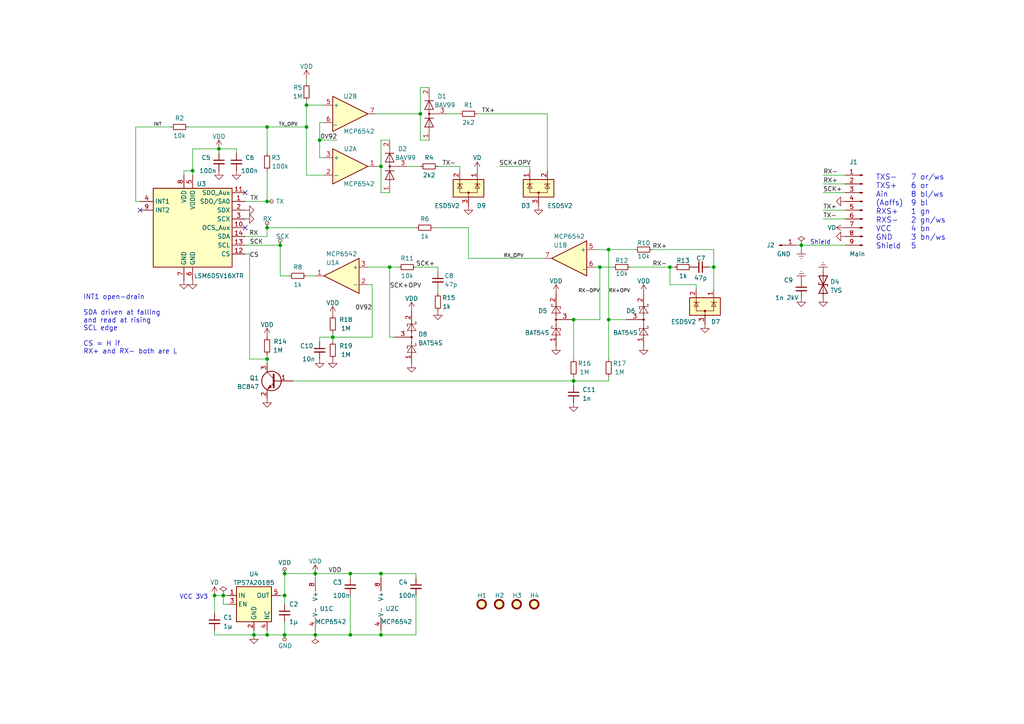
<source format=kicad_sch>
(kicad_sch (version 20211123) (generator eeschema)
  (paper "A4")
  (title_block (title "SOS Vibr") (date "2023-08-21") (rev "01.01") (comment 1 "CC BY 4.0"))
  (lib_symbols
    (symbol "Comparator:MCP6562" (pin_names (offset 0.127))
      (property "Reference" "U" (at 3.81 3.81 0))
      (property "Value" "MCP6562" (at 6.35 -3.81 0))
      (symbol "MCP6562_1_1"
        (polyline (pts (xy -5.08 5.08) (xy 5.08 0) (xy -5.08 -5.08) (xy -5.08 5.08)) (stroke (width 0.254)) (fill (type background)))
        (pin output line (at 7.62 0 180) (length 2.54) (name "~") (number "1"))
        (pin input line (at -7.62 -2.54 0) (length 2.54) (name "-") (number "2"))
        (pin input line (at -7.62 2.54 0) (length 2.54) (name "+") (number "3"))
      )
      (symbol "MCP6562_2_1"
        (polyline (pts (xy -5.08 5.08) (xy 5.08 0) (xy -5.08 -5.08) (xy -5.08 5.08)) (stroke (width 0.254)) (fill (type background)))
        (pin input line (at -7.62 2.54 0) (length 2.54) (name "+") (number "5"))
        (pin input line (at -7.62 -2.54 0) (length 2.54) (name "_") (number "6"))
        (pin open_collector line (at 7.62 0 180) (length 2.54) (name "~") (number "7"))
      )
      (symbol "MCP6562_3_1"
        (pin power_in line (at -2.54 -7.62 90) (length 3.81) (name "V-") (number "4"))
        (pin power_in line (at -2.54 7.62 270) (length 3.81) (name "V+") (number "8"))
      )
    )
    (symbol "Connector:Conn_01x01_Male" (pin_names (offset 1.016) hide)
      (property "Reference" "J" (at 0 2.54 0))
      (property "Value" "Conn_01x01_Male" (at 0 -2.54 0))
      (symbol "Conn_01x01_Male_1_1"
        (polyline (pts (xy 1.27 0) (xy 0.8636 0)) (stroke (width 0.1524)))
        (rectangle (start 0.8636 0.127) (end 0 -0.127) (stroke (width 0.1524)) (fill (type outline)))
        (pin passive line (at 5.08 0 180) (length 3.81) (name "Pin_1") (number "1"))
      )
    )
    (symbol "Connector:Conn_01x09_Male" (pin_names (offset 1.016) hide)
      (property "Reference" "J" (at 0 12.7 0))
      (property "Value" "Conn_01x09_Male" (at 0 -12.7 0))
      (symbol "Conn_01x09_Male_1_1"
        (polyline (pts (xy 1.27 -10.16) (xy 0.8636 -10.16)) (stroke (width 0.1524)))
        (polyline (pts (xy 1.27 -7.62) (xy 0.8636 -7.62)) (stroke (width 0.1524)))
        (polyline (pts (xy 1.27 -5.08) (xy 0.8636 -5.08)) (stroke (width 0.1524)))
        (polyline (pts (xy 1.27 -2.54) (xy 0.8636 -2.54)) (stroke (width 0.1524)))
        (polyline (pts (xy 1.27 0) (xy 0.8636 0)) (stroke (width 0.1524)))
        (polyline (pts (xy 1.27 2.54) (xy 0.8636 2.54)) (stroke (width 0.1524)))
        (polyline (pts (xy 1.27 5.08) (xy 0.8636 5.08)) (stroke (width 0.1524)))
        (polyline (pts (xy 1.27 7.62) (xy 0.8636 7.62)) (stroke (width 0.1524)))
        (polyline (pts (xy 1.27 10.16) (xy 0.8636 10.16)) (stroke (width 0.1524)))
        (rectangle (start 0.8636 -10.033) (end 0 -10.287) (stroke (width 0.1524)) (fill (type outline)))
        (rectangle (start 0.8636 -7.493) (end 0 -7.747) (stroke (width 0.1524)) (fill (type outline)))
        (rectangle (start 0.8636 -4.953) (end 0 -5.207) (stroke (width 0.1524)) (fill (type outline)))
        (rectangle (start 0.8636 -2.413) (end 0 -2.667) (stroke (width 0.1524)) (fill (type outline)))
        (rectangle (start 0.8636 0.127) (end 0 -0.127) (stroke (width 0.1524)) (fill (type outline)))
        (rectangle (start 0.8636 2.667) (end 0 2.413) (stroke (width 0.1524)) (fill (type outline)))
        (rectangle (start 0.8636 5.207) (end 0 4.953) (stroke (width 0.1524)) (fill (type outline)))
        (rectangle (start 0.8636 7.747) (end 0 7.493) (stroke (width 0.1524)) (fill (type outline)))
        (rectangle (start 0.8636 10.287) (end 0 10.033) (stroke (width 0.1524)) (fill (type outline)))
        (pin passive line (at 5.08 10.16 180) (length 3.81) (name "Pin_1") (number "1"))
        (pin passive line (at 5.08 7.62 180) (length 3.81) (name "Pin_2") (number "2"))
        (pin passive line (at 5.08 5.08 180) (length 3.81) (name "Pin_3") (number "3"))
        (pin passive line (at 5.08 2.54 180) (length 3.81) (name "Pin_4") (number "4"))
        (pin passive line (at 5.08 0 180) (length 3.81) (name "Pin_5") (number "5"))
        (pin passive line (at 5.08 -2.54 180) (length 3.81) (name "Pin_6") (number "6"))
        (pin passive line (at 5.08 -5.08 180) (length 3.81) (name "Pin_7") (number "7"))
        (pin passive line (at 5.08 -7.62 180) (length 3.81) (name "Pin_8") (number "8"))
        (pin passive line (at 5.08 -10.16 180) (length 3.81) (name "Pin_9") (number "9"))
      )
    )
    (symbol "Connector:TestPoint_Small" (pin_numbers hide) (pin_names (offset 0.762) hide)
      (property "Reference" "TP" (at 0 3.81 0))
      (property "Value" "TestPoint_Small" (at 0 2.032 0))
      (symbol "TestPoint_Small_0_1"
        (circle (center 0 0) (radius 0.508))
      )
      (symbol "TestPoint_Small_1_1"
        (pin passive line (at 0 0 90) (length 0) (name "1") (number "1"))
      )
    )
    (symbol "Device:C_Small" (pin_numbers hide) (pin_names (offset 0.254) hide)
      (property "Reference" "C" (at 0.254 1.778 0))
      (property "Value" "C_Small" (at 0.254 -2.032 0))
      (symbol "C_Small_0_1"
        (polyline (pts (xy -1.524 -0.508) (xy 1.524 -0.508)) (stroke (width 0.3302)))
        (polyline (pts (xy -1.524 0.508) (xy 1.524 0.508)) (stroke (width 0.3048)))
      )
      (symbol "C_Small_1_1"
        (pin passive line (at 0 2.54 270) (length 2.032) (name "~") (number "1"))
        (pin passive line (at 0 -2.54 90) (length 2.032) (name "~") (number "2"))
      )
    )
    (symbol "Device:D_TVS" (pin_numbers hide) (pin_names (offset 1.016) hide)
      (property "Reference" "D" (at 0 2.54 0))
      (property "Value" "D_TVS" (at 0 -2.54 0))
      (symbol "D_TVS_0_1"
        (polyline (pts (xy 1.27 0) (xy -1.27 0)))
        (polyline (pts (xy 0.508 1.27) (xy 0 1.27) (xy 0 -1.27) (xy -0.508 -1.27)) (stroke (width 0.254)))
        (polyline (pts (xy -2.54 1.27) (xy -2.54 -1.27) (xy 2.54 1.27) (xy 2.54 -1.27) (xy -2.54 1.27)) (stroke (width 0.254)))
      )
      (symbol "D_TVS_1_1"
        (pin passive line (at -3.81 0 0) (length 2.54) (name "A1") (number "1"))
        (pin passive line (at 3.81 0 180) (length 2.54) (name "A2") (number "2"))
      )
    )
    (symbol "Device:R_Small" (pin_numbers hide) (pin_names (offset 0.254) hide)
      (property "Reference" "R" (at 0.762 0.508 0))
      (property "Value" "R_Small" (at 0.762 -1.016 0))
      (symbol "R_Small_0_1"
        (rectangle (start -0.762 1.778) (end 0.762 -1.778) (stroke (width 0.2032)))
      )
      (symbol "R_Small_1_1"
        (pin passive line (at 0 2.54 270) (length 0.762) (name "~") (number "1"))
        (pin passive line (at 0 -2.54 90) (length 0.762) (name "~") (number "2"))
      )
    )
    (symbol "Diode:BAT54S" (pin_names (offset 1.016))
      (property "Reference" "D" (at 0.635 -3.81 0))
      (property "Value" "BAT54S" (at -6.35 3.175 0))
      (symbol "BAT54S_0_1"
        (polyline (pts (xy -3.81 0) (xy -1.27 0)))
        (polyline (pts (xy -3.175 -1.27) (xy -3.175 -1.016)))
        (polyline (pts (xy -2.54 -1.27) (xy -3.175 -1.27)))
        (polyline (pts (xy -2.54 -1.27) (xy -2.54 1.27)))
        (polyline (pts (xy -2.54 1.27) (xy -1.905 1.27)))
        (polyline (pts (xy -1.905 0) (xy 1.905 0)))
        (polyline (pts (xy -1.905 1.27) (xy -1.905 1.016)))
        (polyline (pts (xy 1.27 0) (xy 3.81 0)))
        (polyline (pts (xy 3.175 -1.27) (xy 3.175 -1.016)))
        (polyline (pts (xy 3.81 -1.27) (xy 3.175 -1.27)))
        (polyline (pts (xy 3.81 -1.27) (xy 3.81 1.27)))
        (polyline (pts (xy 3.81 1.27) (xy 4.445 1.27)))
        (polyline (pts (xy 4.445 1.27) (xy 4.445 1.016)))
        (polyline (pts (xy -4.445 1.27) (xy -4.445 -1.27) (xy -2.54 0) (xy -4.445 1.27)))
        (polyline (pts (xy 1.905 1.27) (xy 1.905 -1.27) (xy 3.81 0) (xy 1.905 1.27)))
        (circle (center 0 0) (radius 0.254) (fill (type outline)))
      )
      (symbol "BAT54S_1_1"
        (pin passive line (at -7.62 0 0) (length 3.81) (name "~") (number "1"))
        (pin passive line (at 7.62 0 180) (length 3.81) (name "~") (number "2"))
        (pin passive line (at 0 -5.08 90) (length 5.08) (name "~") (number "3"))
      )
    )
    (symbol "Diode:BAV99" (pin_names hide)
      (property "Reference" "D" (at 0 5.08 0))
      (property "Value" "BAV99" (at 0 2.54 0))
      (symbol "BAV99_0_1"
        (polyline (pts (xy -5.08 0) (xy 5.08 0)))
      )
      (symbol "BAV99_1_1"
        (polyline (pts (xy 0 0) (xy 0 -2.54)))
        (polyline (pts (xy -1.27 -1.27) (xy -1.27 1.27) (xy -1.27 1.27)) (stroke (width 0.2032)))
        (polyline (pts (xy 3.81 1.27) (xy 3.81 -1.27) (xy 3.81 -1.27)) (stroke (width 0.2032)))
        (polyline (pts (xy -3.81 1.27) (xy -1.27 0) (xy -3.81 -1.27) (xy -3.81 1.27) (xy -3.81 1.27) (xy -3.81 1.27)) (stroke (width 0.2032)))
        (polyline (pts (xy 1.27 1.27) (xy 3.81 0) (xy 1.27 -1.27) (xy 1.27 1.27) (xy 1.27 1.27) (xy 1.27 1.27)) (stroke (width 0.2032)))
        (circle (center 0 0) (radius 0.254) (fill (type outline)))
        (pin passive line (at -7.62 0 0) (length 2.54) (name "K") (number "1"))
        (pin passive line (at 7.62 0 180) (length 2.54) (name "A") (number "2"))
        (pin passive line (at 0 -5.08 90) (length 2.54) (name "K") (number "3"))
      )
    )
    (symbol "Mechanical:Fiducial"
      (property "Reference" "FID" (at 0 5.08 0))
      (property "Value" "Fiducial" (at 0 3.175 0))
      (symbol "Fiducial_0_1"
        (circle (center 0 0) (radius 1.27) (stroke (width 0.508)) (fill (type background)))
      )
    )
    (symbol "Power_Protection:SP0502BAHT" (pin_names hide)
      (property "Reference" "D" (at 5.715 2.54 0))
      (property "Value" "SP0502BAHT" (at 5.715 0.635 0))
      (symbol "SP0502BAHT_0_0"
        (pin passive line (at 0 -5.08 90) (length 2.54) (name "A") (number "3"))
      )
      (symbol "SP0502BAHT_0_1"
        (rectangle (start -4.445 2.54) (end 4.445 -2.54) (stroke (width 0.254)) (fill (type background)))
        (circle (center 0 -1.27) (radius 0.254) (fill (type outline)))
        (polyline (pts (xy -2.54 2.54) (xy -2.54 1.27)))
        (polyline (pts (xy 0 -1.27) (xy 0 -2.54)))
        (polyline (pts (xy 2.54 2.54) (xy 2.54 1.27)))
        (polyline (pts (xy -3.302 1.016) (xy -3.302 1.27) (xy -1.905 1.27) (xy -1.778 1.27)))
        (polyline (pts (xy -2.54 1.27) (xy -2.54 -1.27) (xy 2.54 -1.27) (xy 2.54 1.27)))
        (polyline (pts (xy -2.54 1.27) (xy -1.905 0) (xy -3.175 0) (xy -2.54 1.27)))
        (polyline (pts (xy 1.778 1.016) (xy 1.778 1.27) (xy 3.175 1.27) (xy 3.302 1.27)))
        (polyline (pts (xy 2.54 1.27) (xy 1.905 0) (xy 3.175 0) (xy 2.54 1.27)))
      )
      (symbol "SP0502BAHT_1_1"
        (pin passive line (at -2.54 5.08 270) (length 2.54) (name "K") (number "1"))
        (pin passive line (at 2.54 5.08 270) (length 2.54) (name "K") (number "2"))
      )
    )
    (symbol "Regulator_Linear:TPS7A0522PDBV"
      (property "Reference" "U4" (at 0 8.7798 0))
      (property "Value" "TPS7A20185" (at 0 6.2429 0))
      (symbol "TPS7A0522PDBV_0_1"
        (rectangle (start -5.08 -5.08) (end 5.08 5.08) (stroke (width 0.254)) (fill (type background)))
        (pin power_in line (at -7.62 2.54 0) (length 2.54) (name "IN") (number "1"))
        (pin power_in line (at 0 -7.62 90) (length 2.54) (name "GND") (number "2"))
        (pin input line (at -7.62 0 0) (length 2.54) (name "EN") (number "3"))
        (pin free line (at 3.81 -7.62 90) (length 2.54) (name "NC") (number "4"))
        (pin power_out line (at 7.62 2.54 180) (length 2.54) (name "OUT") (number "5"))
      )
    )
    (symbol "Sensor_Motion:LSM6DSM"
      (property "Reference" "U" (at -11.43 15.24 0))
      (property "Value" "LSM6DSM" (at -11.43 12.7 0))
      (symbol "LSM6DSM_0_1"
        (rectangle (start 11.43 11.43) (end -11.43 -11.43) (stroke (width 0.254)) (fill (type background)))
      )
      (symbol "LSM6DSM_1_1"
        (pin bidirectional line (at -15.24 7.62 0) (length 3.81) (name "SDO/SA0") (number "1"))
        (pin passive line (at -15.24 0 0) (length 3.81) (name "OCS_Aux") (number "10"))
        (pin bidirectional line (at -15.24 10.16 0) (length 3.81) (name "SDO_Aux") (number "11"))
        (pin input line (at -15.24 -7.62 0) (length 3.81) (name "CS") (number "12"))
        (pin input line (at -15.24 -5.08 0) (length 3.81) (name "SCL") (number "13"))
        (pin bidirectional line (at -15.24 -2.54 0) (length 3.81) (name "SDA") (number "14"))
        (pin bidirectional line (at -15.24 5.08 0) (length 3.81) (name "SDX") (number "2"))
        (pin input line (at -15.24 2.54 0) (length 3.81) (name "SCX") (number "3"))
        (pin output line (at 15.24 7.62 180) (length 3.81) (name "INT1") (number "4"))
        (pin power_in line (at 0 15.24 270) (length 3.81) (name "VDDIO") (number "5"))
        (pin power_in line (at 0 -15.24 90) (length 3.81) (name "GND") (number "6"))
        (pin power_in line (at 2.54 -15.24 90) (length 3.81) (name "GND") (number "7"))
        (pin power_in line (at 2.54 15.24 270) (length 3.81) (name "VDD") (number "8"))
        (pin output line (at 15.24 5.08 180) (length 3.81) (name "INT2") (number "9"))
      )
    )
    (symbol "Transistor_BJT:BC847" (pin_names (offset 0) hide)
      (property "Reference" "Q" (at 5.08 1.905 0))
      (property "Value" "BC847" (at 5.08 0 0))
      (symbol "BC847_0_1"
        (polyline (pts (xy 0.635 0.635) (xy 2.54 2.54)))
        (polyline (pts (xy 0.635 -0.635) (xy 2.54 -2.54) (xy 2.54 -2.54)))
        (polyline (pts (xy 0.635 1.905) (xy 0.635 -1.905) (xy 0.635 -1.905)) (stroke (width 0.508)))
        (polyline (pts (xy 1.27 -1.778) (xy 1.778 -1.27) (xy 2.286 -2.286) (xy 1.27 -1.778) (xy 1.27 -1.778)) (fill (type outline)))
        (circle (center 1.27 0) (radius 2.8194) (stroke (width 0.254)))
      )
      (symbol "BC847_1_1"
        (pin input line (at -5.08 0 0) (length 5.715) (name "B") (number "1"))
        (pin passive line (at 2.54 -5.08 90) (length 2.54) (name "E") (number "2"))
        (pin passive line (at 2.54 5.08 270) (length 2.54) (name "C") (number "3"))
      )
    )
    (symbol "power:Earth" (power) (pin_names (offset 0))
      (symbol "Earth_0_1"
        (polyline (pts (xy -0.635 -1.905) (xy 0.635 -1.905)))
        (polyline (pts (xy -0.127 -2.54) (xy 0.127 -2.54)))
        (polyline (pts (xy 0 -1.27) (xy 0 0)))
        (polyline (pts (xy 1.27 -1.27) (xy -1.27 -1.27)))
      )
      (symbol "Earth_1_1"
        (pin power_in line (at 0 0 270) (length 0) hide (name "Earth") (number "1"))
      )
    )
    (symbol "power:GNDA" (power) (pin_names (offset 0))
      (property "Value" "GNDA" (at 0 -3.81 0))
      (symbol "GNDA_0_1"
        (polyline (pts (xy 0 0) (xy 0 -1.27) (xy 1.27 -1.27) (xy 0 -2.54) (xy -1.27 -1.27) (xy 0 -1.27)))
      )
      (symbol "GNDA_1_1"
        (pin power_in line (at 0 0 270) (length 0) hide (name "GNDA") (number "1"))
      )
    )
    (symbol "power:PWR_FLAG" (power) (pin_numbers hide) (pin_names (offset 0) hide)
      (property "Value" "PWR_FLAG" (at 0 3.81 0))
      (symbol "PWR_FLAG_0_0"
        (pin power_out line (at 0 0 90) (length 0) (name "pwr") (number "1"))
      )
      (symbol "PWR_FLAG_0_1"
        (polyline (pts (xy 0 0) (xy 0 1.27) (xy -1.016 1.905) (xy 0 2.54) (xy 1.016 1.905) (xy 0 1.27)))
      )
    )
    (symbol "power:VD" (power) (pin_names (offset 0))
      (property "Value" "VD" (at 0 3.81 0))
      (symbol "VD_0_1"
        (polyline (pts (xy -0.762 1.27) (xy 0 2.54)))
        (polyline (pts (xy 0 0) (xy 0 2.54)))
        (polyline (pts (xy 0 2.54) (xy 0.762 1.27)))
      )
      (symbol "VD_1_1"
        (pin power_in line (at 0 0 90) (length 0) hide (name "VD") (number "1"))
      )
    )
    (symbol "power:VDD" (power) (pin_names (offset 0))
      (property "Value" "VDD" (at 0 3.81 0))
      (symbol "VDD_0_1"
        (polyline (pts (xy -0.762 1.27) (xy 0 2.54)))
        (polyline (pts (xy 0 0) (xy 0 2.54)))
        (polyline (pts (xy 0 2.54) (xy 0.762 1.27)))
      )
      (symbol "VDD_1_1"
        (pin power_in line (at 0 0 90) (length 0) hide (name "VDD") (number "1"))
      )
    )
  )
  (junction (at 110.49 184.15))
  (junction (at 77.47 66.04))
  (junction (at 92.71 40.64))
  (junction (at 81.28 71.12))
  (junction (at 166.37 110.49))
  (junction (at 73.66 184.15))
  (junction (at 91.44 166.37))
  (junction (at 101.6 184.15))
  (junction (at 176.53 72.39))
  (junction (at 88.9 30.48))
  (junction (at 207.01 77.47))
  (junction (at 121.92 33.02))
  (junction (at 55.88 49.53))
  (junction (at 77.47 184.15))
  (junction (at 110.49 166.37))
  (junction (at 82.55 184.15))
  (junction (at 173.99 77.47))
  (junction (at 63.5 43.18))
  (junction (at 232.41 71.12))
  (junction (at 101.6 166.37))
  (junction (at 77.47 58.42))
  (junction (at 166.37 92.71))
  (junction (at 91.44 184.15))
  (junction (at 113.03 77.47))
  (junction (at 96.52 97.79))
  (junction (at 82.55 172.72))
  (junction (at 88.9 36.83))
  (junction (at 194.31 77.47))
  (junction (at 82.55 166.37))
  (junction (at 62.23 172.72))
  (junction (at 77.47 36.83))
  (junction (at 64.77 172.72))
  (junction (at 77.47 104.14))
  (junction (at 110.49 48.26))
  (junction (at 176.53 92.71))
  (no_connect (at 71.12 66.04))
  (no_connect (at 71.12 55.88))
  (no_connect (at 40.64 60.96))
  (wire (pts (xy 82.55 184.15) (xy 82.55 185.42)))
  (wire (pts (xy 135.89 74.93) (xy 135.89 66.04)))
  (wire (pts (xy 106.68 82.55) (xy 107.95 82.55)))
  (wire (pts (xy 118.11 48.26) (xy 121.92 48.26)))
  (wire (pts (xy 62.23 172.72) (xy 62.23 177.8)))
  (wire (pts (xy 93.98 30.48) (xy 88.9 30.48)))
  (wire (pts (xy 82.55 184.15) (xy 82.55 180.34)))
  (wire (pts (xy 88.9 30.48) (xy 88.9 36.83)))
  (wire (pts (xy 129.54 33.02) (xy 133.35 33.02)))
  (wire (pts (xy 96.52 97.79) (xy 107.95 97.79)))
  (wire (pts (xy 62.23 184.15) (xy 73.66 184.15)))
  (wire (pts (xy 120.65 77.47) (xy 127 77.47)))
  (wire (pts (xy 77.47 66.04) (xy 77.47 68.58)))
  (wire (pts (xy 113.03 55.88) (xy 110.49 55.88)))
  (wire (pts (xy 158.75 33.02) (xy 158.75 49.53)))
  (wire (pts (xy 81.28 80.01) (xy 81.28 71.12)))
  (wire (pts (xy 153.67 49.53) (xy 153.67 48.26)))
  (wire (pts (xy 172.72 72.39) (xy 176.53 72.39)))
  (wire (pts (xy 39.37 58.42) (xy 40.64 58.42)))
  (wire (pts (xy 92.71 45.72) (xy 93.98 45.72)))
  (wire (pts (xy 135.89 66.04) (xy 125.73 66.04)))
  (wire (pts (xy 55.88 49.53) (xy 55.88 43.18)))
  (wire (pts (xy 77.47 58.42) (xy 78.74 58.42)))
  (wire (pts (xy 127 77.47) (xy 127 78.74)))
  (wire (pts (xy 92.71 40.64) (xy 97.79 40.64)))
  (wire (pts (xy 77.47 44.45) (xy 77.47 36.83)))
  (wire (pts (xy 144.78 48.26) (xy 153.67 48.26)))
  (wire (pts (xy 124.46 40.64) (xy 121.92 40.64)))
  (wire (pts (xy 107.95 82.55) (xy 107.95 97.79)))
  (wire (pts (xy 109.22 33.02) (xy 121.92 33.02)))
  (wire (pts (xy 77.47 182.88) (xy 77.47 184.15)))
  (wire (pts (xy 110.49 167.64) (xy 110.49 166.37)))
  (wire (pts (xy 207.01 77.47) (xy 207.01 83.82)))
  (wire (pts (xy 77.47 104.14) (xy 77.47 105.41)))
  (wire (pts (xy 201.93 82.55) (xy 194.31 82.55)))
  (wire (pts (xy 127 83.82) (xy 127 85.09)))
  (wire (pts (xy 49.53 36.83) (xy 39.37 36.83)))
  (wire (pts (xy 71.12 73.66) (xy 72.39 73.66)))
  (wire (pts (xy 101.6 184.15) (xy 101.6 172.72)))
  (wire (pts (xy 113.03 40.64) (xy 110.49 40.64)))
  (wire (pts (xy 92.71 40.64) (xy 92.71 45.72)))
  (wire (pts (xy 110.49 166.37) (xy 120.65 166.37)))
  (wire (pts (xy 91.44 166.37) (xy 101.6 166.37)))
  (wire (pts (xy 120.65 184.15) (xy 120.65 172.72)))
  (wire (pts (xy 101.6 166.37) (xy 101.6 167.64)))
  (wire (pts (xy 55.88 43.18) (xy 63.5 43.18)))
  (wire (pts (xy 189.23 72.39) (xy 207.01 72.39)))
  (wire (pts (xy 238.76 60.96) (xy 245.11 60.96)))
  (wire (pts (xy 176.53 72.39) (xy 184.15 72.39)))
  (wire (pts (xy 91.44 166.37) (xy 82.55 166.37)))
  (wire (pts (xy 82.55 172.72) (xy 82.55 175.26)))
  (wire (pts (xy 77.47 184.15) (xy 82.55 184.15)))
  (wire (pts (xy 201.93 83.82) (xy 201.93 82.55)))
  (wire (pts (xy 127 48.26) (xy 133.35 48.26)))
  (wire (pts (xy 121.92 25.4) (xy 121.92 33.02)))
  (wire (pts (xy 91.44 182.88) (xy 91.44 184.15)))
  (wire (pts (xy 166.37 110.49) (xy 176.53 110.49)))
  (wire (pts (xy 88.9 50.8) (xy 93.98 50.8)))
  (wire (pts (xy 124.46 25.4) (xy 121.92 25.4)))
  (wire (pts (xy 72.39 104.14) (xy 77.47 104.14)))
  (wire (pts (xy 109.22 48.26) (xy 110.49 48.26)))
  (wire (pts (xy 176.53 92.71) (xy 176.53 104.14)))
  (wire (pts (xy 113.03 97.79) (xy 114.3 97.79)))
  (wire (pts (xy 88.9 22.86) (xy 88.9 24.13)))
  (wire (pts (xy 207.01 72.39) (xy 207.01 77.47)))
  (wire (pts (xy 62.23 172.72) (xy 64.77 172.72)))
  (wire (pts (xy 135.89 74.93) (xy 157.48 74.93)))
  (wire (pts (xy 232.41 71.12) (xy 245.11 71.12)))
  (wire (pts (xy 176.53 72.39) (xy 176.53 92.71)))
  (wire (pts (xy 113.03 77.47) (xy 115.57 77.47)))
  (wire (pts (xy 81.28 69.85) (xy 81.28 71.12)))
  (wire (pts (xy 110.49 182.88) (xy 110.49 184.15)))
  (wire (pts (xy 64.77 172.72) (xy 66.04 172.72)))
  (wire (pts (xy 166.37 92.71) (xy 173.99 92.71)))
  (wire (pts (xy 77.47 64.77) (xy 77.47 66.04)))
  (wire (pts (xy 194.31 77.47) (xy 194.31 82.55)))
  (wire (pts (xy 62.23 182.88) (xy 62.23 184.15)))
  (wire (pts (xy 77.47 49.53) (xy 77.47 58.42)))
  (wire (pts (xy 53.34 49.53) (xy 53.34 50.8)))
  (wire (pts (xy 173.99 77.47) (xy 177.8 77.47)))
  (wire (pts (xy 77.47 102.87) (xy 77.47 104.14)))
  (wire (pts (xy 238.76 50.8) (xy 245.11 50.8)))
  (wire (pts (xy 92.71 35.56) (xy 92.71 40.64)))
  (wire (pts (xy 81.28 172.72) (xy 82.55 172.72)))
  (wire (pts (xy 92.71 99.06) (xy 92.71 97.79)))
  (wire (pts (xy 88.9 80.01) (xy 91.44 80.01)))
  (wire (pts (xy 172.72 77.47) (xy 173.99 77.47)))
  (wire (pts (xy 82.55 184.15) (xy 91.44 184.15)))
  (wire (pts (xy 176.53 92.71) (xy 181.61 92.71)))
  (wire (pts (xy 71.12 58.42) (xy 77.47 58.42)))
  (wire (pts (xy 72.39 73.66) (xy 72.39 104.14)))
  (wire (pts (xy 85.09 110.49) (xy 166.37 110.49)))
  (wire (pts (xy 110.49 40.64) (xy 110.49 48.26)))
  (wire (pts (xy 120.65 166.37) (xy 120.65 167.64)))
  (wire (pts (xy 55.88 49.53) (xy 53.34 49.53)))
  (wire (pts (xy 83.82 80.01) (xy 81.28 80.01)))
  (wire (pts (xy 88.9 36.83) (xy 88.9 50.8)))
  (wire (pts (xy 166.37 109.22) (xy 166.37 110.49)))
  (wire (pts (xy 96.52 96.52) (xy 96.52 97.79)))
  (wire (pts (xy 39.37 36.83) (xy 39.37 58.42)))
  (wire (pts (xy 101.6 184.15) (xy 110.49 184.15)))
  (wire (pts (xy 110.49 55.88) (xy 110.49 48.26)))
  (wire (pts (xy 77.47 36.83) (xy 88.9 36.83)))
  (wire (pts (xy 96.52 97.79) (xy 96.52 99.06)))
  (wire (pts (xy 63.5 43.18) (xy 68.58 43.18)))
  (wire (pts (xy 182.88 77.47) (xy 194.31 77.47)))
  (wire (pts (xy 73.66 182.88) (xy 73.66 184.15)))
  (wire (pts (xy 232.41 71.12) (xy 232.41 72.39)))
  (wire (pts (xy 71.12 71.12) (xy 81.28 71.12)))
  (wire (pts (xy 106.68 77.47) (xy 113.03 77.47)))
  (wire (pts (xy 73.66 184.15) (xy 77.47 184.15)))
  (wire (pts (xy 101.6 166.37) (xy 110.49 166.37)))
  (wire (pts (xy 113.03 77.47) (xy 113.03 97.79)))
  (wire (pts (xy 68.58 43.18) (xy 68.58 44.45)))
  (wire (pts (xy 166.37 110.49) (xy 166.37 111.76)))
  (wire (pts (xy 91.44 184.15) (xy 101.6 184.15)))
  (wire (pts (xy 63.5 43.18) (xy 63.5 44.45)))
  (wire (pts (xy 91.44 167.64) (xy 91.44 166.37)))
  (wire (pts (xy 238.76 63.5) (xy 245.11 63.5)))
  (wire (pts (xy 173.99 77.47) (xy 173.99 92.71)))
  (wire (pts (xy 88.9 29.21) (xy 88.9 30.48)))
  (wire (pts (xy 238.76 53.34) (xy 245.11 53.34)))
  (wire (pts (xy 133.35 49.53) (xy 133.35 48.26)))
  (wire (pts (xy 54.61 36.83) (xy 77.47 36.83)))
  (wire (pts (xy 231.14 71.12) (xy 232.41 71.12)))
  (wire (pts (xy 238.76 55.88) (xy 245.11 55.88)))
  (wire (pts (xy 82.55 165.1) (xy 82.55 166.37)))
  (wire (pts (xy 110.49 184.15) (xy 120.65 184.15)))
  (wire (pts (xy 138.43 33.02) (xy 158.75 33.02)))
  (wire (pts (xy 64.77 175.26) (xy 64.77 172.72)))
  (wire (pts (xy 55.88 50.8) (xy 55.88 49.53)))
  (wire (pts (xy 194.31 77.47) (xy 195.58 77.47)))
  (wire (pts (xy 71.12 68.58) (xy 77.47 68.58)))
  (wire (pts (xy 66.04 175.26) (xy 64.77 175.26)))
  (wire (pts (xy 166.37 92.71) (xy 166.37 104.14)))
  (wire (pts (xy 82.55 166.37) (xy 82.55 172.72)))
  (wire (pts (xy 205.74 77.47) (xy 207.01 77.47)))
  (wire (pts (xy 77.47 66.04) (xy 120.65 66.04)))
  (wire (pts (xy 92.71 97.79) (xy 96.52 97.79)))
  (wire (pts (xy 176.53 109.22) (xy 176.53 110.49)))
  (wire (pts (xy 121.92 40.64) (xy 121.92 33.02)))
  (wire (pts (xy 92.71 35.56) (xy 93.98 35.56)))
  (text "VCC 3V3" (at 52.07 173.99 0) (effects (font (size 1.27 1.27)) (justify left bottom)))
  (text "TXS-\nTXS+\nAin\n(Aoffs)\nRXS+\nRXS-\nVCC\nGND\nShield" (at 254 72.39 0) (effects (font (size 1.55 1.55)) (justify left bottom)))
  (text "7 or/ws\n6 or\n8 bl/ws\n9 bl\n1 gn\n2 gn/ws\n4 bn\n3 bn/ws\n5" (at 264.16 72.39 0) (effects (font (size 1.55 1.55)) (justify left bottom)))
  (text "INT1 open-drain\n\nSDA driven at falling\nand read at rising\nSCL edge\n\nCS = H if\nRX+ and RX- both are L" (at 24.13 102.87 0) (effects (font (size 1.4 1.4)) (justify left bottom)))
  (text "Shield" (at 234.95 71.12 0) (effects (font (size 1.27 1.27)) (justify left bottom)))
  (label "RX+" (at 238.76 53.34 0))
  (label "SCK+" (at 238.76 55.88 0))
  (label "RX_OPV" (at 146.05 74.93 0) (effects (font (size 1 1))))
  (label "TX_OPV" (at 86.36 36.83 180) (effects (font (size 1 1))))
  (label "TX-" (at 128.27 48.26 0))
  (label "CS" (at 72.39 74.93 0))
  (label "RX+" (at 189.23 72.39 0))
  (label "TX+" (at 238.76 60.96 0))
  (label "RX-OPV" (at 173.99 85.09 180) (effects (font (size 1 1))))
  (label "SCK" (at 72.39 71.12 0))
  (label "TX-" (at 238.76 63.5 0))
  (label "RX-" (at 238.76 50.8 0))
  (label "TX" (at 74.93 58.42 180))
  (label "TX+" (at 139.7 33.02 0))
  (label "VDD" (at 95.25 166.37 0))
  (label "0V92" (at 97.79 40.64 180))
  (label "SCK+" (at 120.65 77.47 0))
  (label "RX" (at 74.93 68.58 180))
  (label "0V92" (at 107.95 90.17 180))
  (label "INT" (at 44.45 36.83 0) (effects (font (size 1 1))))
  (label "SCK+OPV" (at 113.03 83.82 0))
  (label "RX-" (at 189.23 77.47 0))
  (label "RX+OPV" (at 176.53 85.09 0) (effects (font (size 1 1))))
  (label "SCK+OPV" (at 144.78 48.26 0))
  (symbol (lib_id "Device:C_Small") (at 120.65 170.18 0) (unit 1)
    (property "Reference" "C4" (at 115.57 168.91 0) (effects (justify left)))
    (property "Value" "100n" (at 115.57 172.72 0) (effects (justify left)))
    (property "Footprint" "Capacitor_SMD:C_0603_1608Metric" (effects hide))
  )
  (symbol (lib_id "Connector:TestPoint_Small") (at 82.55 185.42 0) (unit 1)
    (property "Reference" "TP5" (effects hide))
    (property "Value" "GND" (at 80.645 187.325 0) (effects (justify left)))
    (property "Footprint" "TestPoint:TestPoint_THTPad_D1.0mm_Drill0.6mm" (effects hide))
  )
  (symbol (lib_id "Mechanical:Fiducial") (at 154.94 175.26 0) (unit 1)
    (property "Reference" "H4" (at 153.67 172.72 0) (effects (justify left)))
    (property "Value" "MountingHole" (effects hide))
    (property "Footprint" "MountingHole:MountingHole_2.7mm_M2.5" (effects hide))
  )
  (symbol (lib_id "Comparator:MCP6562") (at 101.6 33.02 0) (unit 2)
    (property "Reference" "U2" (at 101.6 27.94 0))
    (property "Value" "MCP6542" (at 104.14 38.1 0))
    (property "Footprint" "Package_SO:SOIC-8_3.9x4.9mm_P1.27mm" (effects hide))
    (property "Datasheet" "http://ww1.microchip.com/downloads/en/DeviceDoc/MCP6561-1R-1U-2-4-1.8V-Low-Power-Push-Pull-Output-Comparator-DS20002139E.pdf" (effects hide))
  )
  (symbol (lib_id "Connector:TestPoint_Small") (at 77.47 64.77 0) (unit 1)
    (property "Reference" "TP3" (effects hide))
    (property "Value" "RX" (at 76.2 63.5 0) (effects (justify left)))
    (property "Footprint" "TestPoint:TestPoint_THTPad_D1.0mm_Drill0.6mm" (effects hide))
  )
  (symbol (lib_id "Device:R_Small") (at 124.46 48.26 90) (unit 1)
    (property "Reference" "R4" (at 124.46 45.72 90))
    (property "Value" "2k2" (at 124.46 50.8 90))
    (property "Footprint" "Resistor_SMD:R_0603_1608Metric" (effects hide))
  )
  (symbol (lib_id "Regulator_Linear:TPS7A0522PDBV") (at 73.66 175.26 0) (unit 1)
    (property "Reference" "U4" (at 73.66 166.4802 0))
    (property "Value" "TPS7A20185" (at 73.66 169.0171 0))
    (property "Footprint" "Package_TO_SOT_SMD:SOT-23-5" (effects hide))
    (property "Datasheet" "https://www.ti.com/lit/ds/symlink/tps7a05.pdf" (effects hide))
  )
  (symbol (lib_id "Mechanical:Fiducial") (at 144.78 175.26 0) (unit 1)
    (property "Reference" "H2" (at 143.51 172.72 0) (effects (justify left)))
    (property "Value" "MountingHole" (effects hide))
    (property "Footprint" "MountingHole:MountingHole_2.7mm_M2.5" (effects hide))
  )
  (symbol (lib_id "Transistor_BJT:BC847") (at 80.01 110.49 0) (mirror y) (unit 1)
    (property "Reference" "Q1" (at 75.1586 109.6553 0) (effects (justify left)))
    (property "Value" "BC847" (at 75.1586 112.1922 0) (effects (justify left)))
    (property "Footprint" "Package_TO_SOT_SMD:SOT-23" (effects hide))
    (property "Datasheet" "http://www.infineon.com/dgdl/Infineon-BC847SERIES_BC848SERIES_BC849SERIES_BC850SERIES-DS-v01_01-en.pdf?fileId=db3a304314dca389011541d4630a1657" (effects hide))
  )
  (symbol (lib_id "power:PWR_FLAG") (at 64.77 172.72 0) (unit 1)
    (property "Reference" "#FLG0106" (effects hide))
    (property "Value" "PWR_FLAG" (effects hide))
  )
  (symbol (lib_id "power:GNDA") (at 55.88 81.28 0) (unit 1)
    (property "Reference" "#PWR011" (effects hide))
    (property "Value" "GNDA" (effects hide))
  )
  (symbol (lib_id "power:GNDA") (at 245.11 58.42 270) (unit 1)
    (property "Reference" "#PWR0107" (effects hide))
    (property "Value" "GNDA" (effects hide))
  )
  (symbol (lib_id "Sensor_Motion:LSM6DSM") (at 55.88 66.04 0) (mirror y) (unit 1)
    (property "Reference" "U3" (at 58.42 53.34 0))
    (property "Value" "LSM6DSV16XTR" (at 63.5 80.01 0))
    (property "Footprint" "Package_LGA:LGA-14_3x2.5mm_P0.5mm_LayoutBorder3x4y" (effects hide))
    (property "Datasheet" "https://www.st.com/resource/en/datasheet/lsm6dsm.pdf" (effects hide))
  )
  (symbol (lib_id "power:VD") (at 62.23 172.72 0) (unit 1)
    (property "Reference" "#PWR0105" (effects hide))
    (property "Value" "VD" (at 60.96 168.91 0) (effects (justify left)))
  )
  (symbol (lib_id "Mechanical:Fiducial") (at 149.86 175.26 0) (unit 1)
    (property "Reference" "H3" (at 148.59 172.72 0) (effects (justify left)))
    (property "Value" "MountingHole" (effects hide))
    (property "Footprint" "MountingHole:MountingHole_2.7mm_M2.5" (effects hide))
  )
  (symbol (lib_id "power:GNDA") (at 71.12 60.96 90) (unit 1)
    (property "Reference" "#PWR07" (effects hide))
    (property "Value" "GNDA" (effects hide))
  )
  (symbol (lib_id "Device:R_Small") (at 86.36 80.01 90) (unit 1)
    (property "Reference" "R8" (at 86.36 77.47 90))
    (property "Value" "1k" (at 86.36 82.55 90))
    (property "Footprint" "Resistor_SMD:R_0603_1608Metric" (effects hide))
  )
  (symbol (lib_id "Comparator:MCP6562") (at 113.03 175.26 0) (unit 3)
    (property "Reference" "U2" (at 111.76 176.53 0) (effects (justify left)))
    (property "Value" "MCP6542" (at 110.49 180.34 0) (effects (justify left)))
    (property "Footprint" "Package_SO:SOIC-8_3.9x4.9mm_P1.27mm" (effects hide))
    (property "Datasheet" "http://ww1.microchip.com/downloads/en/DeviceDoc/MCP6561-1R-1U-2-4-1.8V-Low-Power-Push-Pull-Output-Comparator-DS20002139E.pdf" (effects hide))
  )
  (symbol (lib_id "power:Earth") (at 232.41 81.28 180) (unit 1)
    (property "Reference" "#PWR052" (effects hide))
    (property "Value" "Earth" (effects hide))
  )
  (symbol (lib_id "Mechanical:Fiducial") (at 139.7 175.26 0) (unit 1)
    (property "Reference" "H1" (at 138.43 172.72 0) (effects (justify left)))
    (property "Value" "MountingHole" (effects hide))
    (property "Footprint" "MountingHole:MountingHole_2.7mm_M2.5" (effects hide))
  )
  (symbol (lib_id "Device:C_Small") (at 63.5 46.99 0) (unit 1)
    (property "Reference" "C5" (at 58.42 45.72 0) (effects (justify left)))
    (property "Value" "100n" (at 57.785 49.53 0) (effects (justify left)))
    (property "Footprint" "Capacitor_SMD:C_0603_1608Metric" (effects hide))
  )
  (symbol (lib_id "power:VDD") (at 63.5 43.18 0) (unit 1)
    (property "Reference" "#PWR03" (effects hide))
    (property "Value" "VDD" (at 63.5 39.6042 0))
  )
  (symbol (lib_id "power:GNDA") (at 92.71 104.14 0) (unit 1)
    (property "Reference" "#PWR018" (effects hide))
    (property "Value" "GNDA" (effects hide))
  )
  (symbol (lib_id "power:GNDA") (at 73.66 184.15 0) (unit 1)
    (property "Reference" "#PWR02" (effects hide))
    (property "Value" "GNDA" (effects hide))
  )
  (symbol (lib_id "Comparator:MCP6562") (at 101.6 48.26 0) (unit 1)
    (property "Reference" "U2" (at 101.6 43.18 0))
    (property "Value" "MCP6542" (at 104.14 53.34 0))
    (property "Footprint" "Package_SO:SOIC-8_3.9x4.9mm_P1.27mm" (effects hide))
    (property "Datasheet" "http://ww1.microchip.com/downloads/en/DeviceDoc/MCP6561-1R-1U-2-4-1.8V-Low-Power-Push-Pull-Output-Comparator-DS20002139E.pdf" (effects hide))
  )
  (symbol (lib_id "power:GNDA") (at 232.41 86.36 0) (unit 1)
    (property "Reference" "#PWR053" (effects hide))
    (property "Value" "GNDA" (effects hide))
  )
  (symbol (lib_id "power:GNDA") (at 186.69 100.33 0) (unit 1)
    (property "Reference" "#PWR051" (effects hide))
    (property "Value" "GNDA" (effects hide))
  )
  (symbol (lib_id "power:GNDA") (at 68.58 49.53 0) (unit 1)
    (property "Reference" "#PWR05" (effects hide))
    (property "Value" "GNDA" (effects hide))
  )
  (symbol (lib_id "power:GNDA") (at 53.34 81.28 0) (unit 1)
    (property "Reference" "#PWR010" (effects hide))
    (property "Value" "GNDA" (effects hide))
  )
  (symbol (lib_id "Device:D_TVS") (at 238.76 82.55 90) (unit 1)
    (property "Reference" "D4" (at 240.792 81.7153 90) (effects (justify right)))
    (property "Value" "TVS" (at 240.792 84.2522 90) (effects (justify right)))
    (property "Footprint" "Diode_SMD:D_SMA" (effects hide))
  )
  (symbol (lib_id "power:PWR_FLAG") (at 232.41 71.12 0) (unit 1)
    (property "Reference" "#FLG0101" (effects hide))
    (property "Value" "PWR_FLAG" (effects hide))
  )
  (symbol (lib_id "Device:C_Small") (at 82.55 177.8 0) (unit 1)
    (property "Reference" "C2" (at 83.82 175.26 0) (effects (justify left)))
    (property "Value" "1µ" (at 83.82 180.34 0) (effects (justify left)))
    (property "Footprint" "Capacitor_SMD:C_0805_2012Metric" (effects hide))
  )
  (symbol (lib_id "Device:R_Small") (at 77.47 100.33 180) (unit 1) (in_bom no)
    (property "Reference" "R14" (at 81.28 99.06 0))
    (property "Value" "1M" (at 80.645 101.6 0))
    (property "Footprint" "Resistor_SMD:R_0805_2012Metric" (effects hide))
  )
  (symbol (lib_id "power:VDD") (at 77.47 97.79 0) (unit 1)
    (property "Reference" "#PWR09" (effects hide))
    (property "Value" "VDD" (at 77.47 94.2142 0))
  )
  (symbol (lib_id "Device:R_Small") (at 135.89 33.02 90) (unit 1)
    (property "Reference" "R1" (at 135.89 30.48 90))
    (property "Value" "2k2" (at 135.89 35.56 90))
    (property "Footprint" "Resistor_SMD:R_0603_1608Metric" (effects hide))
  )
  (symbol (lib_id "Connector:Conn_01x01_Male") (at 226.06 71.12 0) (unit 1)
    (property "Reference" "J2" (at 223.52 71.12 0))
    (property "Value" "GND" (at 227.33 73.66 0))
    (property "Footprint" "Connector_Wire:SolderWire-0.75sqmm_1x01_D1.25mm_OD2.3mm" (effects hide))
  )
  (symbol (lib_id "power:PWR_FLAG") (at 91.44 184.15 180) (unit 1)
    (property "Reference" "#FLG0105" (effects hide))
    (property "Value" "PWR_FLAG" (effects hide))
  )
  (symbol (lib_id "power:GNDA") (at 96.52 104.14 0) (unit 1)
    (property "Reference" "#PWR020" (effects hide))
    (property "Value" "GNDA" (effects hide))
  )
  (symbol (lib_id "Device:R_Small") (at 180.34 77.47 90) (unit 1)
    (property "Reference" "R12" (at 180.34 75.565 90))
    (property "Value" "10k" (at 180.34 79.375 90))
    (property "Footprint" "Resistor_SMD:R_0603_1608Metric" (effects hide))
  )
  (symbol (lib_id "power:Earth") (at 238.76 78.74 180) (unit 1)
    (property "Reference" "#PWR042" (effects hide))
    (property "Value" "Earth" (effects hide))
  )
  (symbol (lib_id "power:GNDA") (at 119.38 105.41 0) (unit 1)
    (property "Reference" "#PWR022" (effects hide))
    (property "Value" "GNDA" (effects hide))
  )
  (symbol (lib_id "Comparator:MCP6562") (at 165.1 74.93 0) (mirror y) (unit 2)
    (property "Reference" "U1" (at 162.56 71.12 0))
    (property "Value" "MCP6542" (at 165.1 68.58 0))
    (property "Footprint" "Package_SO:SOIC-8_3.9x4.9mm_P1.27mm" (effects hide))
    (property "Datasheet" "http://ww1.microchip.com/downloads/en/DeviceDoc/MCP6561-1R-1U-2-4-1.8V-Low-Power-Push-Pull-Output-Comparator-DS20002139E.pdf" (effects hide))
  )
  (symbol (lib_id "Device:R_Small") (at 198.12 77.47 90) (unit 1) (in_bom no)
    (property "Reference" "R13" (at 198.12 75.565 90))
    (property "Value" "1k" (at 198.12 80.01 90))
    (property "Footprint" "Resistor_SMD:R_0603_1608Metric" (effects hide))
  )
  (symbol (lib_id "power:GNDA") (at 238.76 86.36 0) (unit 1)
    (property "Reference" "#PWR045" (effects hide))
    (property "Value" "GNDA" (effects hide))
  )
  (symbol (lib_id "Connector:TestPoint_Small") (at 81.28 69.85 0) (unit 1)
    (property "Reference" "TP4" (effects hide))
    (property "Value" "SCK" (at 80.01 68.58 0) (effects (justify left)))
    (property "Footprint" "TestPoint:TestPoint_THTPad_D1.0mm_Drill0.6mm" (effects hide))
  )
  (symbol (lib_id "power:Earth") (at 232.41 72.39 0) (unit 1)
    (property "Reference" "#PWR0101" (effects hide))
    (property "Value" "Earth" (effects hide))
  )
  (symbol (lib_id "power:VDD") (at 119.38 90.17 0) (unit 1)
    (property "Reference" "#PWR014" (effects hide))
    (property "Value" "VDD" (at 119.38 86.5942 0))
  )
  (symbol (lib_id "Connector:TestPoint_Small") (at 82.55 165.1 0) (unit 1)
    (property "Reference" "TP1" (effects hide))
    (property "Value" "VDD" (at 80.645 163.195 0) (effects (justify left)))
    (property "Footprint" "TestPoint:TestPoint_THTPad_D1.0mm_Drill0.6mm" (effects hide))
  )
  (symbol (lib_id "Device:R_Small") (at 176.53 106.68 180) (unit 1) (in_bom no)
    (property "Reference" "R17" (at 179.705 105.41 0))
    (property "Value" "1M" (at 179.705 107.95 0))
    (property "Footprint" "Resistor_SMD:R_0805_2012Metric" (effects hide))
  )
  (symbol (lib_id "power:VDD") (at 88.9 22.86 0) (unit 1)
    (property "Reference" "#PWR0102" (effects hide))
    (property "Value" "VDD" (at 88.9 19.2842 0))
  )
  (symbol (lib_id "power:GNDA") (at 245.11 68.58 270) (unit 1)
    (property "Reference" "#PWR0103" (effects hide))
    (property "Value" "GNDA" (effects hide))
  )
  (symbol (lib_id "power:VDD") (at 96.52 91.44 0) (unit 1)
    (property "Reference" "#PWR016" (effects hide))
    (property "Value" "VDD" (at 96.52 87.8642 0))
  )
  (symbol (lib_id "Device:C_Small") (at 166.37 114.3 0) (unit 1) (in_bom no)
    (property "Reference" "C11" (at 168.91 113.03 0) (effects (justify left)))
    (property "Value" "1n" (at 168.91 115.57 0) (effects (justify left)))
    (property "Footprint" "Capacitor_SMD:C_0603_1608Metric" (effects hide))
  )
  (symbol (lib_id "Device:R_Small") (at 96.52 101.6 180) (unit 1) (in_bom no)
    (property "Reference" "R19" (at 100.33 100.33 0))
    (property "Value" "1M" (at 100.33 102.87 0))
    (property "Footprint" "Resistor_SMD:R_0805_2012Metric" (effects hide))
  )
  (symbol (lib_id "Device:R_Small") (at 96.52 93.98 180) (unit 1) (in_bom no)
    (property "Reference" "R18" (at 100.33 92.71 0))
    (property "Value" "1M" (at 100.33 95.25 0))
    (property "Footprint" "Resistor_SMD:R_0805_2012Metric" (effects hide))
  )
  (symbol (lib_id "Connector:Conn_01x09_Male") (at 250.19 60.96 0) (mirror y) (unit 1)
    (property "Reference" "J1" (at 246.38 46.99 0) (effects (justify right)))
    (property "Value" "Main" (at 246.38 73.66 0) (effects (justify right)))
    (property "Footprint" "Connector_PinHeader_2.54mm:PinHeader_1x09_P2.54mm_Vertical" (effects hide))
  )
  (symbol (lib_id "power:GNDA") (at 63.5 49.53 0) (unit 1)
    (property "Reference" "#PWR04" (effects hide))
    (property "Value" "GNDA" (effects hide))
  )
  (symbol (lib_id "Diode:BAT54S") (at 186.69 92.71 270) (mirror x) (unit 1)
    (property "Reference" "D6" (at 181.61 90.17 90) (effects (justify left)))
    (property "Value" "BAT54S" (at 177.8 96.52 90) (effects (justify left)))
    (property "Footprint" "Package_TO_SOT_SMD:SOT-23" (effects hide))
    (property "Datasheet" "https://www.diodes.com/assets/Datasheets/ds11005.pdf" (effects hide))
  )
  (symbol (lib_id "Connector:TestPoint_Small") (at 78.74 58.42 0) (unit 1)
    (property "Reference" "TP2" (effects hide))
    (property "Value" "TX" (at 80.01 58.42 0) (effects (justify left)))
    (property "Footprint" "TestPoint:TestPoint_THTPad_D1.0mm_Drill0.6mm" (effects hide))
  )
  (symbol (lib_id "power:VD") (at 138.43 49.53 0) (mirror y) (unit 1)
    (property "Reference" "#PWR0106" (effects hide))
    (property "Value" "VD" (at 139.7 45.72 0) (effects (justify left)))
  )
  (symbol (lib_id "Power_Protection:SP0502BAHT") (at 135.89 54.61 0) (mirror y) (unit 1)
    (property "Reference" "D9" (at 140.97 59.69 0) (effects (justify left)))
    (property "Value" "ESD5V2" (at 133.35 59.69 0) (effects (justify left)))
    (property "Footprint" "Package_TO_SOT_SMD:SOT-23" (effects hide))
    (property "Datasheet" "http://www.littelfuse.com/~/media/files/littelfuse/technical%20resources/documents/data%20sheets/sp05xxba.pdf" (effects hide))
  )
  (symbol (lib_id "power:VDD") (at 161.29 85.09 0) (unit 1)
    (property "Reference" "#PWR012" (effects hide))
    (property "Value" "VDD" (at 161.29 81.5142 0))
  )
  (symbol (lib_id "Comparator:MCP6562") (at 99.06 80.01 0) (mirror y) (unit 1)
    (property "Reference" "U1" (at 96.52 76.2 0))
    (property "Value" "MCP6542" (at 99.06 73.66 0))
    (property "Footprint" "Package_SO:SOIC-8_3.9x4.9mm_P1.27mm" (effects hide))
    (property "Datasheet" "http://ww1.microchip.com/downloads/en/DeviceDoc/MCP6561-1R-1U-2-4-1.8V-Low-Power-Push-Pull-Output-Comparator-DS20002139E.pdf" (effects hide))
  )
  (symbol (lib_id "power:VDD") (at 91.44 166.37 0) (unit 1)
    (property "Reference" "#PWR06" (effects hide))
    (property "Value" "VDD" (at 91.44 162.7942 0))
  )
  (symbol (lib_id "Power_Protection:SP0502BAHT") (at 156.21 54.61 0) (unit 1)
    (property "Reference" "D3" (at 151.13 59.69 0) (effects (justify left)))
    (property "Value" "ESD5V2" (at 158.75 59.69 0) (effects (justify left)))
    (property "Footprint" "Package_TO_SOT_SMD:SOT-23" (effects hide))
    (property "Datasheet" "http://www.littelfuse.com/~/media/files/littelfuse/technical%20resources/documents/data%20sheets/sp05xxba.pdf" (effects hide))
  )
  (symbol (lib_id "power:GNDA") (at 166.37 116.84 0) (unit 1)
    (property "Reference" "#PWR019" (effects hide))
    (property "Value" "GNDA" (effects hide))
  )
  (symbol (lib_id "power:VD") (at 245.11 66.04 90) (unit 1)
    (property "Reference" "#PWR0104" (effects hide))
    (property "Value" "VD" (at 242.57 66.04 90) (effects (justify left)))
  )
  (symbol (lib_id "Device:R_Small") (at 88.9 26.67 180) (unit 1)
    (property "Reference" "R5" (at 86.36 25.4 0))
    (property "Value" "1M" (at 86.36 27.94 0))
    (property "Footprint" "Resistor_SMD:R_0805_2012Metric" (effects hide))
  )
  (symbol (lib_id "Device:C_Small") (at 101.6 170.18 0) (unit 1)
    (property "Reference" "C3" (at 96.52 168.91 0) (effects (justify left)))
    (property "Value" "100n" (at 96.52 172.72 0) (effects (justify left)))
    (property "Footprint" "Capacitor_SMD:C_0603_1608Metric" (effects hide))
  )
  (symbol (lib_id "Device:R_Small") (at 118.11 77.47 90) (unit 1)
    (property "Reference" "R11" (at 118.11 74.93 90))
    (property "Value" "10k" (at 118.11 80.01 90))
    (property "Footprint" "Resistor_SMD:R_0603_1608Metric" (effects hide))
  )
  (symbol (lib_id "power:GNDA") (at 71.12 63.5 90) (unit 1)
    (property "Reference" "#PWR08" (effects hide))
    (property "Value" "GNDA" (effects hide))
  )
  (symbol (lib_id "Device:R_Small") (at 186.69 72.39 90) (unit 1)
    (property "Reference" "R10" (at 186.69 70.485 90))
    (property "Value" "10k" (at 186.69 74.295 90))
    (property "Footprint" "Resistor_SMD:R_0603_1608Metric" (effects hide))
  )
  (symbol (lib_id "Device:R_Small") (at 123.19 66.04 90) (unit 1)
    (property "Reference" "R6" (at 123.19 63.5 90))
    (property "Value" "1k" (at 123.19 68.58 90))
    (property "Footprint" "Resistor_SMD:R_0603_1608Metric" (effects hide))
  )
  (symbol (lib_id "power:GNDA") (at 127 90.17 0) (unit 1)
    (property "Reference" "#PWR015" (effects hide))
    (property "Value" "GNDA" (effects hide))
  )
  (symbol (lib_id "Comparator:MCP6562") (at 93.98 175.26 0) (unit 3)
    (property "Reference" "U1" (at 92.71 176.53 0) (effects (justify left)))
    (property "Value" "MCP6542" (at 91.44 180.34 0) (effects (justify left)))
    (property "Footprint" "Package_SO:SOIC-8_3.9x4.9mm_P1.27mm" (effects hide))
    (property "Datasheet" "http://ww1.microchip.com/downloads/en/DeviceDoc/MCP6561-1R-1U-2-4-1.8V-Low-Power-Push-Pull-Output-Comparator-DS20002139E.pdf" (effects hide))
  )
  (symbol (lib_id "power:GNDA") (at 77.47 115.57 0) (unit 1)
    (property "Reference" "#PWR017" (effects hide))
    (property "Value" "GNDA" (effects hide))
  )
  (symbol (lib_id "power:VDD") (at 186.69 85.09 0) (unit 1)
    (property "Reference" "#PWR013" (effects hide))
    (property "Value" "VDD" (at 186.69 81.5142 0))
  )
  (symbol (lib_id "Device:R_Small") (at 77.47 46.99 180) (unit 1)
    (property "Reference" "R3" (at 80.01 45.72 0))
    (property "Value" "100k" (at 81.28 48.26 0))
    (property "Footprint" "Resistor_SMD:R_0603_1608Metric" (effects hide))
  )
  (symbol (lib_id "power:GNDA") (at 135.89 59.69 0) (mirror y) (unit 1)
    (property "Reference" "#PWR021" (effects hide))
    (property "Value" "GNDA" (effects hide))
  )
  (symbol (lib_id "Diode:BAV99") (at 113.03 48.26 90) (unit 1)
    (property "Reference" "D2" (at 118.11 43.18 90) (effects (justify left)))
    (property "Value" "BAV99" (at 120.65 45.72 90) (effects (justify left)))
    (property "Footprint" "Package_TO_SOT_SMD:SOT-23" (effects hide))
    (property "Datasheet" "https://assets.nexperia.com/documents/data-sheet/BAV99_SER.pdf" (effects hide))
    (property "Reference" "D2" (effects hide))
    (property "Value" "BAV99" (effects hide))
  )
  (symbol (lib_id "Device:C_Small") (at 62.23 180.34 0) (unit 1)
    (property "Reference" "C1" (at 64.77 179.07 0) (effects (justify left)))
    (property "Value" "1µ" (at 64.77 181.61 0) (effects (justify left)))
    (property "Footprint" "Capacitor_SMD:C_0805_2012Metric" (effects hide))
  )
  (symbol (lib_id "Diode:BAT54S") (at 161.29 92.71 90) (unit 1)
    (property "Reference" "D5" (at 158.75 90.17 90) (effects (justify left)))
    (property "Value" "BAT54S" (at 159.385 96.52 90) (effects (justify left)))
    (property "Footprint" "Package_TO_SOT_SMD:SOT-23" (effects hide))
    (property "Datasheet" "https://www.diodes.com/assets/Datasheets/ds11005.pdf" (effects hide))
  )
  (symbol (lib_id "Device:C_Small") (at 127 81.28 0) (unit 1) (in_bom no)
    (property "Reference" "C8" (at 128.905 80.01 0) (effects (justify left)))
    (property "Value" "47p" (at 128.905 82.55 0) (effects (justify left)))
    (property "Footprint" "Capacitor_SMD:C_0603_1608Metric" (effects hide))
  )
  (symbol (lib_id "power:GNDA") (at 161.29 100.33 0) (unit 1)
    (property "Reference" "#PWR048" (effects hide))
    (property "Value" "GNDA" (effects hide))
  )
  (symbol (lib_id "Device:C_Small") (at 92.71 101.6 0) (unit 1)
    (property "Reference" "C10" (at 86.995 100.33 0) (effects (justify left)))
    (property "Value" "10n" (at 87.63 104.14 0) (effects (justify left)))
    (property "Footprint" "Capacitor_SMD:C_0603_1608Metric" (effects hide))
  )
  (symbol (lib_id "Power_Protection:SP0502BAHT") (at 204.47 88.9 0) (mirror y) (unit 1)
    (property "Reference" "D7" (at 208.915 93.345 0) (effects (justify left)))
    (property "Value" "ESD5V2" (at 201.93 93.345 0) (effects (justify left)))
    (property "Footprint" "Package_TO_SOT_SMD:SOT-23" (effects hide))
    (property "Datasheet" "http://www.littelfuse.com/~/media/files/littelfuse/technical%20resources/documents/data%20sheets/sp05xxba.pdf" (effects hide))
  )
  (symbol (lib_id "Device:R_Small") (at 166.37 106.68 180) (unit 1) (in_bom no)
    (property "Reference" "R16" (at 169.545 105.41 0))
    (property "Value" "1M" (at 169.545 107.95 0))
    (property "Footprint" "Resistor_SMD:R_0805_2012Metric" (effects hide))
  )
  (symbol (lib_id "power:GNDA") (at 204.47 93.98 0) (unit 1)
    (property "Reference" "#PWR049" (effects hide))
    (property "Value" "GNDA" (effects hide))
  )
  (symbol (lib_id "Device:R_Small") (at 127 87.63 180) (unit 1) (in_bom no)
    (property "Reference" "R15" (at 130.175 86.36 0))
    (property "Value" "1k" (at 129.54 88.9 0))
    (property "Footprint" "Resistor_SMD:R_0603_1608Metric" (effects hide))
  )
  (symbol (lib_id "Device:C_Small") (at 203.2 77.47 270) (unit 1) (in_bom no)
    (property "Reference" "C7" (at 201.93 74.93 90) (effects (justify left)))
    (property "Value" "47p" (at 201.295 80.645 90) (effects (justify left)))
    (property "Footprint" "Capacitor_SMD:C_0603_1608Metric" (effects hide))
  )
  (symbol (lib_id "Device:C_Small") (at 232.41 83.82 0) (unit 1)
    (property "Reference" "C9" (at 227.33 81.28 0) (effects (justify left)))
    (property "Value" "1n 2kV" (at 224.79 86.36 0) (effects (justify left)))
    (property "Footprint" "Capacitor_SMD:C_1206_3216Metric" (effects hide))
  )
  (symbol (lib_id "Device:R_Small") (at 52.07 36.83 90) (unit 1)
    (property "Reference" "R2" (at 52.07 34.29 90))
    (property "Value" "10k" (at 52.07 39.37 90))
    (property "Footprint" "Resistor_SMD:R_0603_1608Metric" (effects hide))
  )
  (symbol (lib_id "power:GNDA") (at 156.21 59.69 0) (unit 1)
    (property "Reference" "#PWR041" (effects hide))
    (property "Value" "GNDA" (effects hide))
  )
  (symbol (lib_id "Diode:BAV99") (at 124.46 33.02 90) (unit 1)
    (property "Reference" "D1" (at 129.54 27.94 90) (effects (justify left)))
    (property "Value" "BAV99" (at 132.08 30.48 90) (effects (justify left)))
    (property "Footprint" "Package_TO_SOT_SMD:SOT-23" (effects hide))
    (property "Datasheet" "https://assets.nexperia.com/documents/data-sheet/BAV99_SER.pdf" (effects hide))
  )
  (symbol (lib_id "Device:C_Small") (at 68.58 46.99 0) (unit 1)
    (property "Reference" "C6" (at 71.12 45.72 0) (effects (justify left)))
    (property "Value" "100n" (at 69.85 49.53 0) (effects (justify left)))
    (property "Footprint" "Capacitor_SMD:C_0603_1608Metric" (effects hide))
  )
  (symbol (lib_id "Diode:BAT54S") (at 119.38 97.79 270) (mirror x) (unit 1)
    (property "Reference" "D8" (at 121.285 96.9553 90) (effects (justify left)))
    (property "Value" "BAT54S" (at 121.285 99.4922 90) (effects (justify left)))
    (property "Footprint" "Package_TO_SOT_SMD:SOT-23" (effects hide))
    (property "Datasheet" "https://www.diodes.com/assets/Datasheets/ds11005.pdf" (effects hide))
  )
)
</source>
